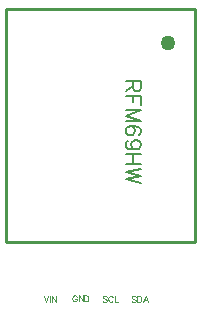
<source format=gbr>
G04 DipTrace 3.0.0.2*
G04 TopSilk.gbr*
%MOIN*%
G04 #@! TF.FileFunction,Legend,Top*
G04 #@! TF.Part,Single*
%ADD10C,0.009843*%
%ADD14C,0.050016*%
%ADD27C,0.00772*%
%ADD29C,0.003088*%
%FSLAX26Y26*%
G04*
G70*
G90*
G75*
G01*
G04 TopSilk*
%LPD*%
X1129748Y1465970D2*
D10*
X499827D1*
Y690408D1*
X1129748D1*
Y1465970D1*
D14*
X1039795Y1353198D3*
X834065Y506365D2*
D29*
X832163Y508288D1*
X829289Y509239D1*
X825465D1*
X822591Y508288D1*
X820667Y506365D1*
Y504464D1*
X821640Y502540D1*
X822591Y501590D1*
X824492Y500639D1*
X830240Y498716D1*
X832163Y497765D1*
X833114Y496792D1*
X834065Y494891D1*
Y492017D1*
X832163Y490116D1*
X829289Y489143D1*
X825465D1*
X822591Y490116D1*
X820667Y492017D1*
X854588Y504464D2*
X853638Y506365D1*
X851714Y508288D1*
X849813Y509239D1*
X845988D1*
X844065Y508288D1*
X842164Y506365D1*
X841191Y504464D1*
X840240Y501590D1*
Y496792D1*
X841191Y493940D1*
X842164Y492017D1*
X844065Y490116D1*
X845988Y489143D1*
X849813D1*
X851714Y490116D1*
X853638Y492017D1*
X854588Y493940D1*
X860764Y509239D2*
Y489143D1*
X872238D1*
X930789Y505639D2*
X928888Y507562D1*
X926014Y508513D1*
X922189D1*
X919315Y507562D1*
X917392Y505639D1*
Y503738D1*
X918364Y501814D1*
X919315Y500864D1*
X921216Y499913D1*
X926964Y497990D1*
X928888Y497039D1*
X929838Y496066D1*
X930789Y494165D1*
Y491291D1*
X928888Y489390D1*
X926014Y488417D1*
X922189D1*
X919315Y489390D1*
X917392Y491291D1*
X936965Y508513D2*
Y488417D1*
X943663D1*
X946537Y489390D1*
X948461Y491291D1*
X949411Y493215D1*
X950362Y496066D1*
Y500864D1*
X949411Y503738D1*
X948461Y505639D1*
X946537Y507562D1*
X943663Y508513D1*
X936965D1*
X971858Y488417D2*
X964187Y508513D1*
X956538Y488417D1*
X959412Y495116D2*
X968984D1*
X734497Y505981D2*
X733546Y507882D1*
X731623Y509805D1*
X729722Y510756D1*
X725897D1*
X723974Y509805D1*
X722072Y507882D1*
X721100Y505981D1*
X720149Y503107D1*
Y498309D1*
X721100Y495457D1*
X722072Y493534D1*
X723974Y491633D1*
X725897Y490660D1*
X729722D1*
X731623Y491633D1*
X733546Y493534D1*
X734497Y495457D1*
Y498309D1*
X729722D1*
X754070Y510756D2*
Y490660D1*
X740673Y510756D1*
Y490660D1*
X760246Y510756D2*
Y490660D1*
X766944D1*
X769818Y491633D1*
X771742Y493534D1*
X772692Y495457D1*
X773643Y498309D1*
Y503107D1*
X772692Y505981D1*
X771742Y507882D1*
X769818Y509805D1*
X766944Y510756D1*
X760246D1*
X624036Y509869D2*
X631685Y489773D1*
X639335Y509869D1*
X645510D2*
Y489773D1*
X665083Y509869D2*
Y489773D1*
X651686Y509869D1*
Y489773D1*
X923881Y1224350D2*
D27*
Y1202850D1*
X926313Y1195665D1*
X928690Y1193233D1*
X933443Y1190856D1*
X938251D1*
X943004Y1193233D1*
X945436Y1195665D1*
X947813Y1202850D1*
Y1224350D1*
X897573D1*
X923881Y1207603D2*
X897573Y1190856D1*
X947813Y1144300D2*
Y1175417D1*
X897573D1*
X923881D2*
Y1156294D1*
X897573Y1090615D2*
X947813D1*
X897573Y1109738D1*
X947813Y1128861D1*
X897573D1*
X940628Y1046490D2*
X945381Y1048867D1*
X947758Y1056052D1*
Y1060805D1*
X945381Y1067990D1*
X938196Y1072799D1*
X926258Y1075175D1*
X914320D1*
X904758Y1072799D1*
X899950Y1067990D1*
X897573Y1060805D1*
Y1058429D1*
X899950Y1051299D1*
X904758Y1046490D1*
X911943Y1044114D1*
X914320D1*
X921505Y1046490D1*
X926258Y1051299D1*
X928634Y1058429D1*
Y1060805D1*
X926258Y1067990D1*
X921505Y1072799D1*
X914320Y1075175D1*
X931066Y997558D2*
X923881Y999990D1*
X919073Y1004743D1*
X916696Y1011928D1*
Y1014304D1*
X919073Y1021490D1*
X923881Y1026243D1*
X931066Y1028675D1*
X933443D1*
X940628Y1026243D1*
X945381Y1021490D1*
X947758Y1014304D1*
Y1011928D1*
X945381Y1004743D1*
X940628Y999990D1*
X931066Y997558D1*
X919073D1*
X907135Y999990D1*
X899950Y1004743D1*
X897573Y1011928D1*
Y1016681D1*
X899950Y1023866D1*
X904758Y1026243D1*
X947813Y982119D2*
X897573D1*
X947813Y948625D2*
X897573D1*
X923881Y982119D2*
Y948625D1*
X947813Y933186D2*
X897573Y921193D1*
X947813Y909254D1*
X897573Y897316D1*
X947813Y885323D1*
M02*

</source>
